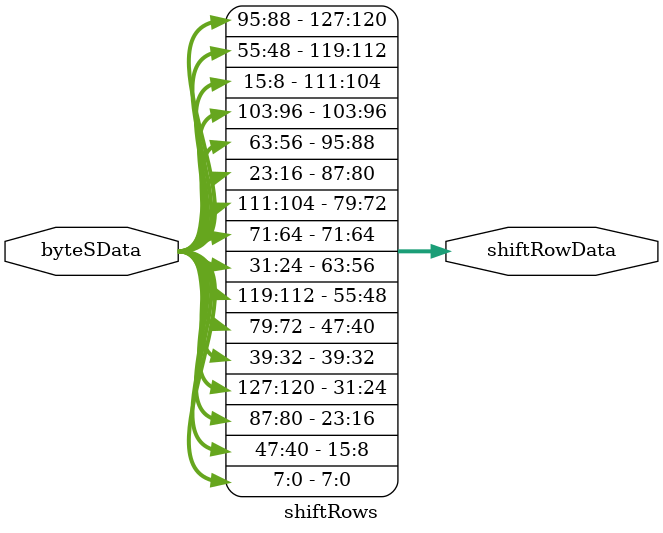
<source format=v>


module shiftRows ( byteSData, shiftRowData );
  input [127:0] byteSData;
  output [127:0] shiftRowData;

  assign shiftRowData[127] = byteSData[95];
  assign shiftRowData[126] = byteSData[94];
  assign shiftRowData[125] = byteSData[93];
  assign shiftRowData[124] = byteSData[92];
  assign shiftRowData[123] = byteSData[91];
  assign shiftRowData[122] = byteSData[90];
  assign shiftRowData[121] = byteSData[89];
  assign shiftRowData[120] = byteSData[88];
  assign shiftRowData[119] = byteSData[55];
  assign shiftRowData[118] = byteSData[54];
  assign shiftRowData[117] = byteSData[53];
  assign shiftRowData[116] = byteSData[52];
  assign shiftRowData[115] = byteSData[51];
  assign shiftRowData[114] = byteSData[50];
  assign shiftRowData[113] = byteSData[49];
  assign shiftRowData[112] = byteSData[48];
  assign shiftRowData[111] = byteSData[15];
  assign shiftRowData[110] = byteSData[14];
  assign shiftRowData[109] = byteSData[13];
  assign shiftRowData[108] = byteSData[12];
  assign shiftRowData[107] = byteSData[11];
  assign shiftRowData[106] = byteSData[10];
  assign shiftRowData[105] = byteSData[9];
  assign shiftRowData[104] = byteSData[8];
  assign shiftRowData[103] = byteSData[103];
  assign shiftRowData[102] = byteSData[102];
  assign shiftRowData[101] = byteSData[101];
  assign shiftRowData[100] = byteSData[100];
  assign shiftRowData[99] = byteSData[99];
  assign shiftRowData[98] = byteSData[98];
  assign shiftRowData[97] = byteSData[97];
  assign shiftRowData[96] = byteSData[96];
  assign shiftRowData[95] = byteSData[63];
  assign shiftRowData[94] = byteSData[62];
  assign shiftRowData[93] = byteSData[61];
  assign shiftRowData[92] = byteSData[60];
  assign shiftRowData[91] = byteSData[59];
  assign shiftRowData[90] = byteSData[58];
  assign shiftRowData[89] = byteSData[57];
  assign shiftRowData[88] = byteSData[56];
  assign shiftRowData[87] = byteSData[23];
  assign shiftRowData[86] = byteSData[22];
  assign shiftRowData[85] = byteSData[21];
  assign shiftRowData[84] = byteSData[20];
  assign shiftRowData[83] = byteSData[19];
  assign shiftRowData[82] = byteSData[18];
  assign shiftRowData[81] = byteSData[17];
  assign shiftRowData[80] = byteSData[16];
  assign shiftRowData[79] = byteSData[111];
  assign shiftRowData[78] = byteSData[110];
  assign shiftRowData[77] = byteSData[109];
  assign shiftRowData[76] = byteSData[108];
  assign shiftRowData[75] = byteSData[107];
  assign shiftRowData[74] = byteSData[106];
  assign shiftRowData[73] = byteSData[105];
  assign shiftRowData[72] = byteSData[104];
  assign shiftRowData[71] = byteSData[71];
  assign shiftRowData[70] = byteSData[70];
  assign shiftRowData[69] = byteSData[69];
  assign shiftRowData[68] = byteSData[68];
  assign shiftRowData[67] = byteSData[67];
  assign shiftRowData[66] = byteSData[66];
  assign shiftRowData[65] = byteSData[65];
  assign shiftRowData[64] = byteSData[64];
  assign shiftRowData[63] = byteSData[31];
  assign shiftRowData[62] = byteSData[30];
  assign shiftRowData[61] = byteSData[29];
  assign shiftRowData[60] = byteSData[28];
  assign shiftRowData[59] = byteSData[27];
  assign shiftRowData[58] = byteSData[26];
  assign shiftRowData[57] = byteSData[25];
  assign shiftRowData[56] = byteSData[24];
  assign shiftRowData[55] = byteSData[119];
  assign shiftRowData[54] = byteSData[118];
  assign shiftRowData[53] = byteSData[117];
  assign shiftRowData[52] = byteSData[116];
  assign shiftRowData[51] = byteSData[115];
  assign shiftRowData[50] = byteSData[114];
  assign shiftRowData[49] = byteSData[113];
  assign shiftRowData[48] = byteSData[112];
  assign shiftRowData[47] = byteSData[79];
  assign shiftRowData[46] = byteSData[78];
  assign shiftRowData[45] = byteSData[77];
  assign shiftRowData[44] = byteSData[76];
  assign shiftRowData[43] = byteSData[75];
  assign shiftRowData[42] = byteSData[74];
  assign shiftRowData[41] = byteSData[73];
  assign shiftRowData[40] = byteSData[72];
  assign shiftRowData[39] = byteSData[39];
  assign shiftRowData[38] = byteSData[38];
  assign shiftRowData[37] = byteSData[37];
  assign shiftRowData[36] = byteSData[36];
  assign shiftRowData[35] = byteSData[35];
  assign shiftRowData[34] = byteSData[34];
  assign shiftRowData[33] = byteSData[33];
  assign shiftRowData[32] = byteSData[32];
  assign shiftRowData[31] = byteSData[127];
  assign shiftRowData[30] = byteSData[126];
  assign shiftRowData[29] = byteSData[125];
  assign shiftRowData[28] = byteSData[124];
  assign shiftRowData[27] = byteSData[123];
  assign shiftRowData[26] = byteSData[122];
  assign shiftRowData[25] = byteSData[121];
  assign shiftRowData[24] = byteSData[120];
  assign shiftRowData[23] = byteSData[87];
  assign shiftRowData[22] = byteSData[86];
  assign shiftRowData[21] = byteSData[85];
  assign shiftRowData[20] = byteSData[84];
  assign shiftRowData[19] = byteSData[83];
  assign shiftRowData[18] = byteSData[82];
  assign shiftRowData[17] = byteSData[81];
  assign shiftRowData[16] = byteSData[80];
  assign shiftRowData[15] = byteSData[47];
  assign shiftRowData[14] = byteSData[46];
  assign shiftRowData[13] = byteSData[45];
  assign shiftRowData[12] = byteSData[44];
  assign shiftRowData[11] = byteSData[43];
  assign shiftRowData[10] = byteSData[42];
  assign shiftRowData[9] = byteSData[41];
  assign shiftRowData[8] = byteSData[40];
  assign shiftRowData[7] = byteSData[7];
  assign shiftRowData[6] = byteSData[6];
  assign shiftRowData[5] = byteSData[5];
  assign shiftRowData[4] = byteSData[4];
  assign shiftRowData[3] = byteSData[3];
  assign shiftRowData[2] = byteSData[2];
  assign shiftRowData[1] = byteSData[1];
  assign shiftRowData[0] = byteSData[0];

endmodule


</source>
